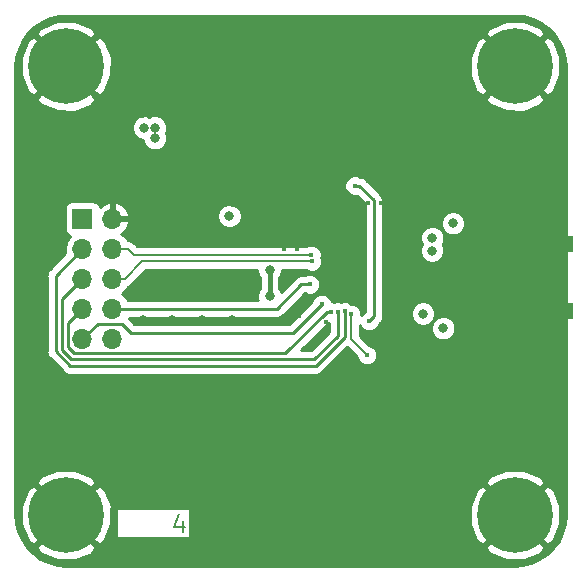
<source format=gbl>
G04 #@! TF.GenerationSoftware,KiCad,Pcbnew,(5.0.2)-1*
G04 #@! TF.CreationDate,2019-01-19T12:25:22+11:00*
G04 #@! TF.ProjectId,MAX2870_Dev_Rev_0,4d415832-3837-4305-9f44-65765f526576,rev?*
G04 #@! TF.SameCoordinates,Original*
G04 #@! TF.FileFunction,Copper,L4,Bot*
G04 #@! TF.FilePolarity,Positive*
%FSLAX46Y46*%
G04 Gerber Fmt 4.6, Leading zero omitted, Abs format (unit mm)*
G04 Created by KiCad (PCBNEW (5.0.2)-1) date 19/01/2019 12:25:22*
%MOMM*%
%LPD*%
G01*
G04 APERTURE LIST*
%ADD10C,0.200000*%
G04 #@! TA.AperFunction,SMDPad,CuDef*
%ADD11R,4.200000X1.350000*%
G04 #@! TD*
G04 #@! TA.AperFunction,ViaPad*
%ADD12C,0.600000*%
G04 #@! TD*
G04 #@! TA.AperFunction,ComponentPad*
%ADD13C,0.800000*%
G04 #@! TD*
G04 #@! TA.AperFunction,ComponentPad*
%ADD14C,6.400000*%
G04 #@! TD*
G04 #@! TA.AperFunction,ComponentPad*
%ADD15R,1.700000X1.700000*%
G04 #@! TD*
G04 #@! TA.AperFunction,ComponentPad*
%ADD16O,1.700000X1.700000*%
G04 #@! TD*
G04 #@! TA.AperFunction,ViaPad*
%ADD17C,0.800000*%
G04 #@! TD*
G04 #@! TA.AperFunction,ViaPad*
%ADD18C,0.450000*%
G04 #@! TD*
G04 #@! TA.AperFunction,Conductor*
%ADD19C,0.400000*%
G04 #@! TD*
G04 #@! TA.AperFunction,Conductor*
%ADD20C,0.250000*%
G04 #@! TD*
G04 #@! TA.AperFunction,Conductor*
%ADD21C,0.200000*%
G04 #@! TD*
G04 #@! TA.AperFunction,Conductor*
%ADD22C,0.254000*%
G04 #@! TD*
G04 APERTURE END LIST*
G04 #@! TO.C,REF\002A\002A*
D10*
X70885714Y-109478571D02*
X70885714Y-110478571D01*
X70528571Y-108907142D02*
X70171428Y-109978571D01*
X71100000Y-109978571D01*
G04 #@! TD*
D11*
G04 #@! TO.P,J2,2*
G04 #@! TO.N,GND*
X101800000Y-86075000D03*
X101800000Y-91725000D03*
G04 #@! TD*
D12*
G04 #@! TO.N,GND*
G04 #@! TO.C,U3*
X83787500Y-89737500D03*
X83787500Y-88737500D03*
X83787500Y-87737500D03*
X84787500Y-89737500D03*
X84787500Y-88737500D03*
X84787500Y-87737500D03*
X85787500Y-89737500D03*
X85787500Y-88737500D03*
X85787500Y-87737500D03*
G04 #@! TD*
D13*
G04 #@! TO.P,H1,1*
G04 #@! TO.N,GND*
X62697056Y-69302944D03*
X61000000Y-68600000D03*
X59302944Y-69302944D03*
X58600000Y-71000000D03*
X59302944Y-72697056D03*
X61000000Y-73400000D03*
X62697056Y-72697056D03*
X63400000Y-71000000D03*
D14*
X61000000Y-71000000D03*
G04 #@! TD*
G04 #@! TO.P,H2,1*
G04 #@! TO.N,GND*
X61000000Y-109000000D03*
D13*
X63400000Y-109000000D03*
X62697056Y-110697056D03*
X61000000Y-111400000D03*
X59302944Y-110697056D03*
X58600000Y-109000000D03*
X59302944Y-107302944D03*
X61000000Y-106600000D03*
X62697056Y-107302944D03*
G04 #@! TD*
G04 #@! TO.P,H3,1*
G04 #@! TO.N,GND*
X100697056Y-107302944D03*
X99000000Y-106600000D03*
X97302944Y-107302944D03*
X96600000Y-109000000D03*
X97302944Y-110697056D03*
X99000000Y-111400000D03*
X100697056Y-110697056D03*
X101400000Y-109000000D03*
D14*
X99000000Y-109000000D03*
G04 #@! TD*
G04 #@! TO.P,H4,1*
G04 #@! TO.N,GND*
X99000000Y-71000000D03*
D13*
X101400000Y-71000000D03*
X100697056Y-72697056D03*
X99000000Y-73400000D03*
X97302944Y-72697056D03*
X96600000Y-71000000D03*
X97302944Y-69302944D03*
X99000000Y-68600000D03*
X100697056Y-69302944D03*
G04 #@! TD*
D15*
G04 #@! TO.P,J1,1*
G04 #@! TO.N,+5V*
X62380000Y-83920000D03*
D16*
G04 #@! TO.P,J1,2*
G04 #@! TO.N,GND*
X64920000Y-83920000D03*
G04 #@! TO.P,J1,3*
G04 #@! TO.N,/CE*
X62380000Y-86460000D03*
G04 #@! TO.P,J1,4*
G04 #@! TO.N,/LD*
X64920000Y-86460000D03*
G04 #@! TO.P,J1,5*
G04 #@! TO.N,/LE*
X62380000Y-89000000D03*
G04 #@! TO.P,J1,6*
G04 #@! TO.N,/RFOUT_EN*
X64920000Y-89000000D03*
G04 #@! TO.P,J1,7*
G04 #@! TO.N,/DATA*
X62380000Y-91540000D03*
G04 #@! TO.P,J1,8*
G04 #@! TO.N,/MUX_OUT*
X64920000Y-91540000D03*
G04 #@! TO.P,J1,9*
G04 #@! TO.N,/CLK*
X62380000Y-94080000D03*
G04 #@! TO.P,J1,10*
G04 #@! TO.N,Net-(J1-Pad10)*
X64920000Y-94080000D03*
G04 #@! TD*
D17*
G04 #@! TO.N,GND*
X94000000Y-91125000D03*
X95100000Y-87125000D03*
X87750000Y-94425000D03*
X89125000Y-95475000D03*
D18*
X88950000Y-82580000D03*
X90040000Y-82600000D03*
X87670000Y-82570000D03*
X86580000Y-82580000D03*
X84320000Y-81110000D03*
X84490000Y-83630000D03*
X83340000Y-83180000D03*
X82260000Y-83180000D03*
D17*
X75440000Y-90460000D03*
D18*
X72450000Y-85880000D03*
D17*
X71710000Y-83830000D03*
D18*
X70750000Y-90810000D03*
X79580000Y-92180000D03*
X80690000Y-92180000D03*
D17*
X60500000Y-79000000D03*
X67070000Y-102160000D03*
X69570000Y-99230000D03*
X71500000Y-97830000D03*
D18*
X80550000Y-86507978D03*
X79460000Y-86507978D03*
X97600000Y-88050000D03*
X97000000Y-88050000D03*
X96400000Y-88050000D03*
X95800000Y-88050000D03*
X97600000Y-89900000D03*
X97000000Y-89900000D03*
X96400000Y-89900000D03*
X95800000Y-89900000D03*
X95200000Y-89900000D03*
X94600000Y-89900000D03*
X94000000Y-89900000D03*
X93400000Y-89900000D03*
X92800000Y-89900000D03*
X92200000Y-89900000D03*
X95200000Y-88050000D03*
X94600000Y-88050000D03*
X94000000Y-88050000D03*
X93400000Y-88050000D03*
X92800000Y-88050000D03*
D17*
X89575000Y-91750000D03*
X88500000Y-91750000D03*
D18*
X83000000Y-93725000D03*
X83000000Y-92675000D03*
X99900000Y-88050000D03*
X98700000Y-88050000D03*
X98100000Y-88050000D03*
X99300000Y-88050000D03*
X99300000Y-89900000D03*
X98700000Y-89900000D03*
X98100000Y-89900000D03*
X99900000Y-89900000D03*
X100300000Y-86500000D03*
X99850000Y-86500000D03*
X101200000Y-86500000D03*
X100750000Y-86500000D03*
X101650000Y-86500000D03*
X102100000Y-86500000D03*
X102550000Y-86500000D03*
X103000000Y-86500000D03*
X103450000Y-86500000D03*
X103550000Y-91300000D03*
X100850000Y-91300000D03*
X101750000Y-91300000D03*
X102650000Y-91300000D03*
X101300000Y-91300000D03*
X102200000Y-91300000D03*
X103100000Y-91300000D03*
X100400000Y-91300000D03*
X99950000Y-91300000D03*
D17*
X103000000Y-94000000D03*
X103000000Y-84000000D03*
X102000000Y-84000000D03*
X101000000Y-84000000D03*
X100000000Y-84000000D03*
X99000000Y-84000000D03*
X99000000Y-85000000D03*
X99000000Y-86000000D03*
X99000000Y-87000000D03*
X98000000Y-87000000D03*
X97000000Y-87000000D03*
X96000000Y-87000000D03*
X95000000Y-91000000D03*
X96000000Y-91000000D03*
X97000000Y-91000000D03*
X98000000Y-91000000D03*
X99000000Y-91000000D03*
X99000000Y-92000000D03*
X99000000Y-93000000D03*
X99000000Y-94000000D03*
X100000000Y-94000000D03*
X101000000Y-94000000D03*
X102000000Y-94000000D03*
X65000000Y-72500000D03*
X70000000Y-72500000D03*
X75000000Y-72500000D03*
X80000000Y-72500000D03*
X85000000Y-72500000D03*
X90000000Y-72500000D03*
X95000000Y-72500000D03*
X95000000Y-77500000D03*
X95000000Y-82500000D03*
X92500000Y-80000000D03*
X92500000Y-75000000D03*
X90000000Y-77500000D03*
X87500000Y-75000000D03*
X85000000Y-77500000D03*
X82500000Y-75000000D03*
X80000000Y-77500000D03*
X82500000Y-80000000D03*
X80000000Y-82500000D03*
X77500000Y-80000000D03*
X72500000Y-80000000D03*
X77500000Y-85000000D03*
X67500000Y-85000000D03*
X97500000Y-75000000D03*
X100000000Y-82500000D03*
X100000000Y-77500000D03*
X97500000Y-80000000D03*
X97500000Y-85000000D03*
X60000000Y-102500000D03*
X62500000Y-100000000D03*
X65000000Y-102500000D03*
X62500000Y-105000000D03*
X65000000Y-107500000D03*
X80000000Y-102500000D03*
X80000000Y-107500000D03*
X82500000Y-105000000D03*
X82500000Y-100000000D03*
X85000000Y-102500000D03*
X87500000Y-105000000D03*
X92500000Y-105000000D03*
X97500000Y-105000000D03*
X100000000Y-102500000D03*
X100000000Y-97500000D03*
X97500000Y-95000000D03*
X95000000Y-97500000D03*
X95000000Y-102500000D03*
X97500000Y-100000000D03*
X92500000Y-100000000D03*
X87500000Y-100000000D03*
X90000000Y-102500000D03*
X75000000Y-107500000D03*
X77500000Y-100000000D03*
X70000000Y-92500000D03*
X67500000Y-92500000D03*
X67500000Y-90000000D03*
X75000000Y-92500000D03*
X72500000Y-92500000D03*
X87500000Y-80000000D03*
X97500000Y-92500000D03*
X92500000Y-95000000D03*
X90000000Y-97500000D03*
X85000000Y-97500000D03*
X77500000Y-105000000D03*
X65000000Y-97500000D03*
X67500000Y-100000000D03*
X70000000Y-97500000D03*
X80000000Y-97500000D03*
X85000000Y-107500000D03*
X90000000Y-107500000D03*
X92500000Y-110000000D03*
X87500000Y-110000000D03*
X82500000Y-110000000D03*
X77500000Y-110000000D03*
X72500000Y-110000000D03*
X70000000Y-107500000D03*
X70000000Y-107500000D03*
X70000000Y-107500000D03*
X100000000Y-95000000D03*
X75000000Y-82500000D03*
X95000000Y-92500000D03*
X72500000Y-105000000D03*
X67600000Y-78800000D03*
X72500000Y-75000000D03*
X75000000Y-77500000D03*
X77500000Y-75000000D03*
X60000000Y-75000000D03*
X67500000Y-75000000D03*
X70000000Y-77500000D03*
X70000000Y-82500000D03*
X74000000Y-81800000D03*
G04 #@! TO.N,+3V3*
X78230000Y-90480000D03*
X78220000Y-88250000D03*
G04 #@! TO.N,+3.3VA*
X91990000Y-85540000D03*
X91970000Y-86640000D03*
X93750000Y-84290000D03*
X74820000Y-83690000D03*
X91210000Y-91950000D03*
X92930000Y-93190000D03*
X68500000Y-77100000D03*
X67600000Y-76200000D03*
X68500000Y-76200000D03*
D18*
G04 #@! TO.N,Net-(C24-Pad2)*
X85420000Y-81110004D03*
X86650000Y-92590000D03*
G04 #@! TO.N,/LD*
X81759999Y-86959988D03*
G04 #@! TO.N,/MUX_OUT*
X81670000Y-89480000D03*
G04 #@! TO.N,/RFOUT_EN*
X81813213Y-87534533D03*
G04 #@! TO.N,/CE*
X84570941Y-91751370D03*
G04 #@! TO.N,/LE*
X83994485Y-91776705D03*
G04 #@! TO.N,/DATA*
X83417476Y-91774978D03*
G04 #@! TO.N,/CLK*
X82625000Y-91125000D03*
G04 #@! TO.N,Net-(R4-Pad1)*
X86475000Y-95475000D03*
X85110490Y-91955891D03*
G04 #@! TD*
D19*
G04 #@! TO.N,+3V3*
X78220000Y-90470000D02*
X78230000Y-90480000D01*
X78220000Y-88250000D02*
X78220000Y-90470000D01*
D20*
G04 #@! TO.N,Net-(C24-Pad2)*
X87070000Y-92170000D02*
X86650000Y-92590000D01*
X87070000Y-84380000D02*
X87070000Y-92170000D01*
X87057001Y-84367001D02*
X87070000Y-84380000D01*
X87057001Y-82347001D02*
X87057001Y-84367001D01*
X85420000Y-81110004D02*
X85820004Y-81110004D01*
X85820004Y-81110004D02*
X87057001Y-82347001D01*
D21*
G04 #@! TO.N,/LD*
X81441801Y-86959988D02*
X81759999Y-86959988D01*
X66729988Y-86959988D02*
X81441801Y-86959988D01*
X64920000Y-86460000D02*
X66230000Y-86460000D01*
X66230000Y-86460000D02*
X66729988Y-86959988D01*
D20*
G04 #@! TO.N,/MUX_OUT*
X64930000Y-91550000D02*
X64920000Y-91540000D01*
X78830000Y-91550000D02*
X64930000Y-91550000D01*
X81670000Y-89480000D02*
X80900000Y-89480000D01*
X80900000Y-89480000D02*
X78830000Y-91550000D01*
D21*
G04 #@! TO.N,/RFOUT_EN*
X81495015Y-87534533D02*
X81813213Y-87534533D01*
X67455467Y-87534533D02*
X81495015Y-87534533D01*
X64920000Y-89000000D02*
X65990000Y-89000000D01*
X65990000Y-89000000D02*
X67455467Y-87534533D01*
D20*
G04 #@! TO.N,/CE*
X84570941Y-92069568D02*
X84570941Y-91751370D01*
X62380000Y-86460000D02*
X60100000Y-88740000D01*
X60100000Y-95150000D02*
X61300000Y-96350000D01*
X82125000Y-96350000D02*
X84570941Y-93904059D01*
X60100000Y-88740000D02*
X60100000Y-95150000D01*
X61300000Y-96350000D02*
X82125000Y-96350000D01*
X84570941Y-93904059D02*
X84570941Y-92069568D01*
D21*
G04 #@! TO.N,/LE*
X83994485Y-91831297D02*
X83994485Y-91776705D01*
X84020000Y-91856812D02*
X83994485Y-91831297D01*
D20*
X60650000Y-90730000D02*
X60650000Y-95000000D01*
X62380000Y-89000000D02*
X60650000Y-90730000D01*
X60650000Y-95000000D02*
X61450000Y-95800000D01*
X61450000Y-95800000D02*
X82025000Y-95800000D01*
X82025000Y-95800000D02*
X83994485Y-93830515D01*
X83994485Y-92094903D02*
X83994485Y-91776705D01*
X83994485Y-93830515D02*
X83994485Y-92094903D01*
G04 #@! TO.N,/DATA*
X83099278Y-91774978D02*
X83417476Y-91774978D01*
X61150000Y-92770000D02*
X61150000Y-94800000D01*
X62380000Y-91540000D02*
X61150000Y-92770000D01*
X61150000Y-94800000D02*
X61650000Y-95300000D01*
X61650000Y-95300000D02*
X79570000Y-95300000D01*
X79570000Y-95300000D02*
X83095022Y-91774978D01*
X83095022Y-91774978D02*
X83099278Y-91774978D01*
G04 #@! TO.N,/CLK*
X63660000Y-92800000D02*
X62380000Y-94080000D01*
X65700000Y-92800000D02*
X63660000Y-92800000D01*
X66450000Y-93550000D02*
X65700000Y-92800000D01*
X82625000Y-91125000D02*
X80200000Y-93550000D01*
X80200000Y-93550000D02*
X66450000Y-93550000D01*
D21*
G04 #@! TO.N,Net-(R4-Pad1)*
X85110490Y-92274089D02*
X85110490Y-91955891D01*
X85110490Y-94110490D02*
X85110490Y-92274089D01*
X86475000Y-95475000D02*
X85110490Y-94110490D01*
G04 #@! TD*
D22*
G04 #@! TO.N,GND*
G36*
X99759192Y-66780578D02*
X100494389Y-66981705D01*
X101182351Y-67309846D01*
X101801331Y-67754628D01*
X102331761Y-68301988D01*
X102756884Y-68934639D01*
X103063251Y-69632561D01*
X103242499Y-70379183D01*
X103290000Y-71026030D01*
X103290001Y-108968370D01*
X103219422Y-109759193D01*
X103018295Y-110494389D01*
X102690152Y-111182355D01*
X102245374Y-111801328D01*
X101698012Y-112331761D01*
X101065362Y-112756883D01*
X100367439Y-113063251D01*
X99620819Y-113242499D01*
X98973970Y-113290000D01*
X61031618Y-113290000D01*
X60240807Y-113219422D01*
X59505611Y-113018295D01*
X58817645Y-112690152D01*
X58198672Y-112245374D01*
X57709811Y-111740910D01*
X58438695Y-111740910D01*
X58805640Y-112236343D01*
X60211171Y-112829736D01*
X61736793Y-112840087D01*
X63150246Y-112265819D01*
X63194360Y-112236343D01*
X63561305Y-111740910D01*
X96438695Y-111740910D01*
X96805640Y-112236343D01*
X98211171Y-112829736D01*
X99736793Y-112840087D01*
X101150246Y-112265819D01*
X101194360Y-112236343D01*
X101561305Y-111740910D01*
X99000000Y-109179605D01*
X96438695Y-111740910D01*
X63561305Y-111740910D01*
X61000000Y-109179605D01*
X58438695Y-111740910D01*
X57709811Y-111740910D01*
X57668239Y-111698012D01*
X57243117Y-111065362D01*
X56936749Y-110367439D01*
X56785344Y-109736793D01*
X57159913Y-109736793D01*
X57734181Y-111150246D01*
X57763657Y-111194360D01*
X58259090Y-111561305D01*
X60820395Y-109000000D01*
X61179605Y-109000000D01*
X63740910Y-111561305D01*
X64236343Y-111194360D01*
X64829736Y-109788829D01*
X64838141Y-108550000D01*
X65223000Y-108550000D01*
X65223000Y-110800000D01*
X65232667Y-110848601D01*
X65260197Y-110889803D01*
X65301399Y-110917333D01*
X65350000Y-110927000D01*
X71350000Y-110927000D01*
X71398601Y-110917333D01*
X71439803Y-110889803D01*
X71467333Y-110848601D01*
X71477000Y-110800000D01*
X71477000Y-109736793D01*
X95159913Y-109736793D01*
X95734181Y-111150246D01*
X95763657Y-111194360D01*
X96259090Y-111561305D01*
X98820395Y-109000000D01*
X99179605Y-109000000D01*
X101740910Y-111561305D01*
X102236343Y-111194360D01*
X102829736Y-109788829D01*
X102840087Y-108263207D01*
X102265819Y-106849754D01*
X102236343Y-106805640D01*
X101740910Y-106438695D01*
X99179605Y-109000000D01*
X98820395Y-109000000D01*
X96259090Y-106438695D01*
X95763657Y-106805640D01*
X95170264Y-108211171D01*
X95159913Y-109736793D01*
X71477000Y-109736793D01*
X71477000Y-108550000D01*
X71467333Y-108501399D01*
X71439803Y-108460197D01*
X71398601Y-108432667D01*
X71350000Y-108423000D01*
X65350000Y-108423000D01*
X65301399Y-108432667D01*
X65260197Y-108460197D01*
X65232667Y-108501399D01*
X65223000Y-108550000D01*
X64838141Y-108550000D01*
X64840087Y-108263207D01*
X64265819Y-106849754D01*
X64236343Y-106805640D01*
X63740910Y-106438695D01*
X61179605Y-109000000D01*
X60820395Y-109000000D01*
X58259090Y-106438695D01*
X57763657Y-106805640D01*
X57170264Y-108211171D01*
X57159913Y-109736793D01*
X56785344Y-109736793D01*
X56757501Y-109620819D01*
X56710000Y-108973970D01*
X56710000Y-106259090D01*
X58438695Y-106259090D01*
X61000000Y-108820395D01*
X63561305Y-106259090D01*
X96438695Y-106259090D01*
X99000000Y-108820395D01*
X101561305Y-106259090D01*
X101194360Y-105763657D01*
X99788829Y-105170264D01*
X98263207Y-105159913D01*
X96849754Y-105734181D01*
X96805640Y-105763657D01*
X96438695Y-106259090D01*
X63561305Y-106259090D01*
X63194360Y-105763657D01*
X61788829Y-105170264D01*
X60263207Y-105159913D01*
X58849754Y-105734181D01*
X58805640Y-105763657D01*
X58438695Y-106259090D01*
X56710000Y-106259090D01*
X56710000Y-88740000D01*
X59325112Y-88740000D01*
X59340000Y-88814847D01*
X59340001Y-95075148D01*
X59325112Y-95150000D01*
X59384097Y-95446537D01*
X59463252Y-95565000D01*
X59552072Y-95697929D01*
X59615528Y-95740329D01*
X60709671Y-96834473D01*
X60752071Y-96897929D01*
X61003463Y-97065904D01*
X61225148Y-97110000D01*
X61225152Y-97110000D01*
X61299999Y-97124888D01*
X61374846Y-97110000D01*
X82050153Y-97110000D01*
X82125000Y-97124888D01*
X82199847Y-97110000D01*
X82199852Y-97110000D01*
X82421537Y-97065904D01*
X82672929Y-96897929D01*
X82715331Y-96834470D01*
X84755178Y-94794624D01*
X85620927Y-95660374D01*
X85745928Y-95962151D01*
X85987849Y-96204072D01*
X86303935Y-96335000D01*
X86646065Y-96335000D01*
X86962151Y-96204072D01*
X87204072Y-95962151D01*
X87335000Y-95646065D01*
X87335000Y-95303935D01*
X87204072Y-94987849D01*
X86962151Y-94745928D01*
X86660374Y-94620927D01*
X85845490Y-93806044D01*
X85845490Y-92895029D01*
X85920928Y-93077151D01*
X86162849Y-93319072D01*
X86478935Y-93450000D01*
X86821065Y-93450000D01*
X87137151Y-93319072D01*
X87379072Y-93077151D01*
X87479074Y-92835727D01*
X87554470Y-92760331D01*
X87617929Y-92717929D01*
X87760839Y-92504050D01*
X87785904Y-92466538D01*
X87809785Y-92346477D01*
X87830000Y-92244852D01*
X87830000Y-92244848D01*
X87844888Y-92170000D01*
X87830000Y-92095152D01*
X87830000Y-91744126D01*
X90175000Y-91744126D01*
X90175000Y-92155874D01*
X90332569Y-92536280D01*
X90623720Y-92827431D01*
X91004126Y-92985000D01*
X91415874Y-92985000D01*
X91417984Y-92984126D01*
X91895000Y-92984126D01*
X91895000Y-93395874D01*
X92052569Y-93776280D01*
X92343720Y-94067431D01*
X92724126Y-94225000D01*
X93135874Y-94225000D01*
X93516280Y-94067431D01*
X93807431Y-93776280D01*
X93965000Y-93395874D01*
X93965000Y-92984126D01*
X93807431Y-92603720D01*
X93516280Y-92312569D01*
X93135874Y-92155000D01*
X92724126Y-92155000D01*
X92343720Y-92312569D01*
X92052569Y-92603720D01*
X91895000Y-92984126D01*
X91417984Y-92984126D01*
X91796280Y-92827431D01*
X92087431Y-92536280D01*
X92245000Y-92155874D01*
X92245000Y-91744126D01*
X92087431Y-91363720D01*
X91796280Y-91072569D01*
X91415874Y-90915000D01*
X91004126Y-90915000D01*
X90623720Y-91072569D01*
X90332569Y-91363720D01*
X90175000Y-91744126D01*
X87830000Y-91744126D01*
X87830000Y-86434126D01*
X90935000Y-86434126D01*
X90935000Y-86845874D01*
X91092569Y-87226280D01*
X91383720Y-87517431D01*
X91764126Y-87675000D01*
X92175874Y-87675000D01*
X92556280Y-87517431D01*
X92847431Y-87226280D01*
X93005000Y-86845874D01*
X93005000Y-86434126D01*
X92872459Y-86114142D01*
X93025000Y-85745874D01*
X93025000Y-85334126D01*
X92867431Y-84953720D01*
X92576280Y-84662569D01*
X92195874Y-84505000D01*
X91784126Y-84505000D01*
X91403720Y-84662569D01*
X91112569Y-84953720D01*
X90955000Y-85334126D01*
X90955000Y-85745874D01*
X91087541Y-86065858D01*
X90935000Y-86434126D01*
X87830000Y-86434126D01*
X87830000Y-84454846D01*
X87844888Y-84379999D01*
X87830000Y-84305152D01*
X87830000Y-84305148D01*
X87817001Y-84239798D01*
X87817001Y-84084126D01*
X92715000Y-84084126D01*
X92715000Y-84495874D01*
X92872569Y-84876280D01*
X93163720Y-85167431D01*
X93544126Y-85325000D01*
X93955874Y-85325000D01*
X94336280Y-85167431D01*
X94627431Y-84876280D01*
X94785000Y-84495874D01*
X94785000Y-84084126D01*
X94627431Y-83703720D01*
X94336280Y-83412569D01*
X93955874Y-83255000D01*
X93544126Y-83255000D01*
X93163720Y-83412569D01*
X92872569Y-83703720D01*
X92715000Y-84084126D01*
X87817001Y-84084126D01*
X87817001Y-82421848D01*
X87831889Y-82347001D01*
X87817001Y-82272154D01*
X87817001Y-82272149D01*
X87772905Y-82050464D01*
X87604930Y-81799072D01*
X87541474Y-81756672D01*
X86410335Y-80625534D01*
X86367933Y-80562075D01*
X86116541Y-80394100D01*
X85894856Y-80350004D01*
X85894851Y-80350004D01*
X85820004Y-80335116D01*
X85804154Y-80338269D01*
X85591065Y-80250004D01*
X85248935Y-80250004D01*
X84932849Y-80380932D01*
X84690928Y-80622853D01*
X84560000Y-80938939D01*
X84560000Y-81281069D01*
X84690928Y-81597155D01*
X84932849Y-81839076D01*
X85248935Y-81970004D01*
X85591065Y-81970004D01*
X85601062Y-81965863D01*
X86297001Y-82661803D01*
X86297002Y-84292149D01*
X86282113Y-84367001D01*
X86297002Y-84441853D01*
X86310000Y-84507198D01*
X86310001Y-91799975D01*
X86162849Y-91860928D01*
X85970490Y-92053287D01*
X85970490Y-91784826D01*
X85839562Y-91468740D01*
X85597641Y-91226819D01*
X85281555Y-91095891D01*
X85131685Y-91095891D01*
X85058092Y-91022298D01*
X84742006Y-90891370D01*
X84399876Y-90891370D01*
X84252131Y-90952568D01*
X84165550Y-90916705D01*
X83823420Y-90916705D01*
X83708065Y-90964487D01*
X83588541Y-90914978D01*
X83468863Y-90914978D01*
X83354072Y-90637849D01*
X83112151Y-90395928D01*
X82796065Y-90265000D01*
X82453935Y-90265000D01*
X82137849Y-90395928D01*
X81895928Y-90637849D01*
X81795927Y-90879271D01*
X79885199Y-92790000D01*
X66764802Y-92790000D01*
X66290331Y-92315530D01*
X66286636Y-92310000D01*
X78755153Y-92310000D01*
X78830000Y-92324888D01*
X78904847Y-92310000D01*
X78904852Y-92310000D01*
X79126537Y-92265904D01*
X79377929Y-92097929D01*
X79420331Y-92034470D01*
X81214802Y-90240000D01*
X81257515Y-90240000D01*
X81498935Y-90340000D01*
X81841065Y-90340000D01*
X82157151Y-90209072D01*
X82399072Y-89967151D01*
X82530000Y-89651065D01*
X82530000Y-89308935D01*
X82399072Y-88992849D01*
X82157151Y-88750928D01*
X81841065Y-88620000D01*
X81498935Y-88620000D01*
X81257515Y-88720000D01*
X80974846Y-88720000D01*
X80899999Y-88705112D01*
X80825152Y-88720000D01*
X80825148Y-88720000D01*
X80603463Y-88764096D01*
X80352071Y-88932071D01*
X80309671Y-88995527D01*
X79196484Y-90108714D01*
X79107431Y-89893720D01*
X79055000Y-89841289D01*
X79055000Y-88878711D01*
X79097431Y-88836280D01*
X79255000Y-88455874D01*
X79255000Y-88269533D01*
X81340373Y-88269533D01*
X81642148Y-88394533D01*
X81984278Y-88394533D01*
X82300364Y-88263605D01*
X82542285Y-88021684D01*
X82673213Y-87705598D01*
X82673213Y-87363468D01*
X82598471Y-87183026D01*
X82619999Y-87131053D01*
X82619999Y-86788923D01*
X82489071Y-86472837D01*
X82247150Y-86230916D01*
X81931064Y-86099988D01*
X81588934Y-86099988D01*
X81287159Y-86224988D01*
X67034435Y-86224988D01*
X66800911Y-85991465D01*
X66759905Y-85930095D01*
X66516783Y-85767646D01*
X66302388Y-85725000D01*
X66302384Y-85725000D01*
X66230000Y-85710602D01*
X66208164Y-85714945D01*
X65990625Y-85389375D01*
X65671522Y-85176157D01*
X65801358Y-85115183D01*
X66191645Y-84686924D01*
X66361476Y-84276890D01*
X66240155Y-84047000D01*
X65047000Y-84047000D01*
X65047000Y-84067000D01*
X64793000Y-84067000D01*
X64793000Y-84047000D01*
X64773000Y-84047000D01*
X64773000Y-83793000D01*
X64793000Y-83793000D01*
X64793000Y-82599181D01*
X65047000Y-82599181D01*
X65047000Y-83793000D01*
X66240155Y-83793000D01*
X66361476Y-83563110D01*
X66328762Y-83484126D01*
X73785000Y-83484126D01*
X73785000Y-83895874D01*
X73942569Y-84276280D01*
X74233720Y-84567431D01*
X74614126Y-84725000D01*
X75025874Y-84725000D01*
X75406280Y-84567431D01*
X75697431Y-84276280D01*
X75855000Y-83895874D01*
X75855000Y-83484126D01*
X75697431Y-83103720D01*
X75406280Y-82812569D01*
X75025874Y-82655000D01*
X74614126Y-82655000D01*
X74233720Y-82812569D01*
X73942569Y-83103720D01*
X73785000Y-83484126D01*
X66328762Y-83484126D01*
X66191645Y-83153076D01*
X65801358Y-82724817D01*
X65276892Y-82478514D01*
X65047000Y-82599181D01*
X64793000Y-82599181D01*
X64563108Y-82478514D01*
X64038642Y-82724817D01*
X63849961Y-82931855D01*
X63828157Y-82822235D01*
X63687809Y-82612191D01*
X63477765Y-82471843D01*
X63230000Y-82422560D01*
X61530000Y-82422560D01*
X61282235Y-82471843D01*
X61072191Y-82612191D01*
X60931843Y-82822235D01*
X60882560Y-83070000D01*
X60882560Y-84770000D01*
X60931843Y-85017765D01*
X61072191Y-85227809D01*
X61282235Y-85368157D01*
X61327619Y-85377184D01*
X61309375Y-85389375D01*
X60981161Y-85880582D01*
X60865908Y-86460000D01*
X60938791Y-86826408D01*
X59615530Y-88149669D01*
X59552071Y-88192071D01*
X59384096Y-88443464D01*
X59340000Y-88665149D01*
X59340000Y-88665153D01*
X59325112Y-88740000D01*
X56710000Y-88740000D01*
X56710000Y-75994126D01*
X66565000Y-75994126D01*
X66565000Y-76405874D01*
X66722569Y-76786280D01*
X67013720Y-77077431D01*
X67394126Y-77235000D01*
X67465000Y-77235000D01*
X67465000Y-77305874D01*
X67622569Y-77686280D01*
X67913720Y-77977431D01*
X68294126Y-78135000D01*
X68705874Y-78135000D01*
X69086280Y-77977431D01*
X69377431Y-77686280D01*
X69535000Y-77305874D01*
X69535000Y-76894126D01*
X69433880Y-76650000D01*
X69535000Y-76405874D01*
X69535000Y-75994126D01*
X69377431Y-75613720D01*
X69086280Y-75322569D01*
X68705874Y-75165000D01*
X68294126Y-75165000D01*
X68050000Y-75266120D01*
X67805874Y-75165000D01*
X67394126Y-75165000D01*
X67013720Y-75322569D01*
X66722569Y-75613720D01*
X66565000Y-75994126D01*
X56710000Y-75994126D01*
X56710000Y-73740910D01*
X58438695Y-73740910D01*
X58805640Y-74236343D01*
X60211171Y-74829736D01*
X61736793Y-74840087D01*
X63150246Y-74265819D01*
X63194360Y-74236343D01*
X63561305Y-73740910D01*
X96438695Y-73740910D01*
X96805640Y-74236343D01*
X98211171Y-74829736D01*
X99736793Y-74840087D01*
X101150246Y-74265819D01*
X101194360Y-74236343D01*
X101561305Y-73740910D01*
X99000000Y-71179605D01*
X96438695Y-73740910D01*
X63561305Y-73740910D01*
X61000000Y-71179605D01*
X58438695Y-73740910D01*
X56710000Y-73740910D01*
X56710000Y-71736793D01*
X57159913Y-71736793D01*
X57734181Y-73150246D01*
X57763657Y-73194360D01*
X58259090Y-73561305D01*
X60820395Y-71000000D01*
X61179605Y-71000000D01*
X63740910Y-73561305D01*
X64236343Y-73194360D01*
X64829736Y-71788829D01*
X64830089Y-71736793D01*
X95159913Y-71736793D01*
X95734181Y-73150246D01*
X95763657Y-73194360D01*
X96259090Y-73561305D01*
X98820395Y-71000000D01*
X99179605Y-71000000D01*
X101740910Y-73561305D01*
X102236343Y-73194360D01*
X102829736Y-71788829D01*
X102840087Y-70263207D01*
X102265819Y-68849754D01*
X102236343Y-68805640D01*
X101740910Y-68438695D01*
X99179605Y-71000000D01*
X98820395Y-71000000D01*
X96259090Y-68438695D01*
X95763657Y-68805640D01*
X95170264Y-70211171D01*
X95159913Y-71736793D01*
X64830089Y-71736793D01*
X64840087Y-70263207D01*
X64265819Y-68849754D01*
X64236343Y-68805640D01*
X63740910Y-68438695D01*
X61179605Y-71000000D01*
X60820395Y-71000000D01*
X58259090Y-68438695D01*
X57763657Y-68805640D01*
X57170264Y-70211171D01*
X57159913Y-71736793D01*
X56710000Y-71736793D01*
X56710000Y-71031618D01*
X56780578Y-70240808D01*
X56981705Y-69505611D01*
X57309846Y-68817649D01*
X57711211Y-68259090D01*
X58438695Y-68259090D01*
X61000000Y-70820395D01*
X63561305Y-68259090D01*
X96438695Y-68259090D01*
X99000000Y-70820395D01*
X101561305Y-68259090D01*
X101194360Y-67763657D01*
X99788829Y-67170264D01*
X98263207Y-67159913D01*
X96849754Y-67734181D01*
X96805640Y-67763657D01*
X96438695Y-68259090D01*
X63561305Y-68259090D01*
X63194360Y-67763657D01*
X61788829Y-67170264D01*
X60263207Y-67159913D01*
X58849754Y-67734181D01*
X58805640Y-67763657D01*
X58438695Y-68259090D01*
X57711211Y-68259090D01*
X57754628Y-68198669D01*
X58301988Y-67668239D01*
X58934639Y-67243116D01*
X59632561Y-66936749D01*
X60379183Y-66757501D01*
X61026030Y-66710000D01*
X98968382Y-66710000D01*
X99759192Y-66780578D01*
X99759192Y-66780578D01*
G37*
X99759192Y-66780578D02*
X100494389Y-66981705D01*
X101182351Y-67309846D01*
X101801331Y-67754628D01*
X102331761Y-68301988D01*
X102756884Y-68934639D01*
X103063251Y-69632561D01*
X103242499Y-70379183D01*
X103290000Y-71026030D01*
X103290001Y-108968370D01*
X103219422Y-109759193D01*
X103018295Y-110494389D01*
X102690152Y-111182355D01*
X102245374Y-111801328D01*
X101698012Y-112331761D01*
X101065362Y-112756883D01*
X100367439Y-113063251D01*
X99620819Y-113242499D01*
X98973970Y-113290000D01*
X61031618Y-113290000D01*
X60240807Y-113219422D01*
X59505611Y-113018295D01*
X58817645Y-112690152D01*
X58198672Y-112245374D01*
X57709811Y-111740910D01*
X58438695Y-111740910D01*
X58805640Y-112236343D01*
X60211171Y-112829736D01*
X61736793Y-112840087D01*
X63150246Y-112265819D01*
X63194360Y-112236343D01*
X63561305Y-111740910D01*
X96438695Y-111740910D01*
X96805640Y-112236343D01*
X98211171Y-112829736D01*
X99736793Y-112840087D01*
X101150246Y-112265819D01*
X101194360Y-112236343D01*
X101561305Y-111740910D01*
X99000000Y-109179605D01*
X96438695Y-111740910D01*
X63561305Y-111740910D01*
X61000000Y-109179605D01*
X58438695Y-111740910D01*
X57709811Y-111740910D01*
X57668239Y-111698012D01*
X57243117Y-111065362D01*
X56936749Y-110367439D01*
X56785344Y-109736793D01*
X57159913Y-109736793D01*
X57734181Y-111150246D01*
X57763657Y-111194360D01*
X58259090Y-111561305D01*
X60820395Y-109000000D01*
X61179605Y-109000000D01*
X63740910Y-111561305D01*
X64236343Y-111194360D01*
X64829736Y-109788829D01*
X64838141Y-108550000D01*
X65223000Y-108550000D01*
X65223000Y-110800000D01*
X65232667Y-110848601D01*
X65260197Y-110889803D01*
X65301399Y-110917333D01*
X65350000Y-110927000D01*
X71350000Y-110927000D01*
X71398601Y-110917333D01*
X71439803Y-110889803D01*
X71467333Y-110848601D01*
X71477000Y-110800000D01*
X71477000Y-109736793D01*
X95159913Y-109736793D01*
X95734181Y-111150246D01*
X95763657Y-111194360D01*
X96259090Y-111561305D01*
X98820395Y-109000000D01*
X99179605Y-109000000D01*
X101740910Y-111561305D01*
X102236343Y-111194360D01*
X102829736Y-109788829D01*
X102840087Y-108263207D01*
X102265819Y-106849754D01*
X102236343Y-106805640D01*
X101740910Y-106438695D01*
X99179605Y-109000000D01*
X98820395Y-109000000D01*
X96259090Y-106438695D01*
X95763657Y-106805640D01*
X95170264Y-108211171D01*
X95159913Y-109736793D01*
X71477000Y-109736793D01*
X71477000Y-108550000D01*
X71467333Y-108501399D01*
X71439803Y-108460197D01*
X71398601Y-108432667D01*
X71350000Y-108423000D01*
X65350000Y-108423000D01*
X65301399Y-108432667D01*
X65260197Y-108460197D01*
X65232667Y-108501399D01*
X65223000Y-108550000D01*
X64838141Y-108550000D01*
X64840087Y-108263207D01*
X64265819Y-106849754D01*
X64236343Y-106805640D01*
X63740910Y-106438695D01*
X61179605Y-109000000D01*
X60820395Y-109000000D01*
X58259090Y-106438695D01*
X57763657Y-106805640D01*
X57170264Y-108211171D01*
X57159913Y-109736793D01*
X56785344Y-109736793D01*
X56757501Y-109620819D01*
X56710000Y-108973970D01*
X56710000Y-106259090D01*
X58438695Y-106259090D01*
X61000000Y-108820395D01*
X63561305Y-106259090D01*
X96438695Y-106259090D01*
X99000000Y-108820395D01*
X101561305Y-106259090D01*
X101194360Y-105763657D01*
X99788829Y-105170264D01*
X98263207Y-105159913D01*
X96849754Y-105734181D01*
X96805640Y-105763657D01*
X96438695Y-106259090D01*
X63561305Y-106259090D01*
X63194360Y-105763657D01*
X61788829Y-105170264D01*
X60263207Y-105159913D01*
X58849754Y-105734181D01*
X58805640Y-105763657D01*
X58438695Y-106259090D01*
X56710000Y-106259090D01*
X56710000Y-88740000D01*
X59325112Y-88740000D01*
X59340000Y-88814847D01*
X59340001Y-95075148D01*
X59325112Y-95150000D01*
X59384097Y-95446537D01*
X59463252Y-95565000D01*
X59552072Y-95697929D01*
X59615528Y-95740329D01*
X60709671Y-96834473D01*
X60752071Y-96897929D01*
X61003463Y-97065904D01*
X61225148Y-97110000D01*
X61225152Y-97110000D01*
X61299999Y-97124888D01*
X61374846Y-97110000D01*
X82050153Y-97110000D01*
X82125000Y-97124888D01*
X82199847Y-97110000D01*
X82199852Y-97110000D01*
X82421537Y-97065904D01*
X82672929Y-96897929D01*
X82715331Y-96834470D01*
X84755178Y-94794624D01*
X85620927Y-95660374D01*
X85745928Y-95962151D01*
X85987849Y-96204072D01*
X86303935Y-96335000D01*
X86646065Y-96335000D01*
X86962151Y-96204072D01*
X87204072Y-95962151D01*
X87335000Y-95646065D01*
X87335000Y-95303935D01*
X87204072Y-94987849D01*
X86962151Y-94745928D01*
X86660374Y-94620927D01*
X85845490Y-93806044D01*
X85845490Y-92895029D01*
X85920928Y-93077151D01*
X86162849Y-93319072D01*
X86478935Y-93450000D01*
X86821065Y-93450000D01*
X87137151Y-93319072D01*
X87379072Y-93077151D01*
X87479074Y-92835727D01*
X87554470Y-92760331D01*
X87617929Y-92717929D01*
X87760839Y-92504050D01*
X87785904Y-92466538D01*
X87809785Y-92346477D01*
X87830000Y-92244852D01*
X87830000Y-92244848D01*
X87844888Y-92170000D01*
X87830000Y-92095152D01*
X87830000Y-91744126D01*
X90175000Y-91744126D01*
X90175000Y-92155874D01*
X90332569Y-92536280D01*
X90623720Y-92827431D01*
X91004126Y-92985000D01*
X91415874Y-92985000D01*
X91417984Y-92984126D01*
X91895000Y-92984126D01*
X91895000Y-93395874D01*
X92052569Y-93776280D01*
X92343720Y-94067431D01*
X92724126Y-94225000D01*
X93135874Y-94225000D01*
X93516280Y-94067431D01*
X93807431Y-93776280D01*
X93965000Y-93395874D01*
X93965000Y-92984126D01*
X93807431Y-92603720D01*
X93516280Y-92312569D01*
X93135874Y-92155000D01*
X92724126Y-92155000D01*
X92343720Y-92312569D01*
X92052569Y-92603720D01*
X91895000Y-92984126D01*
X91417984Y-92984126D01*
X91796280Y-92827431D01*
X92087431Y-92536280D01*
X92245000Y-92155874D01*
X92245000Y-91744126D01*
X92087431Y-91363720D01*
X91796280Y-91072569D01*
X91415874Y-90915000D01*
X91004126Y-90915000D01*
X90623720Y-91072569D01*
X90332569Y-91363720D01*
X90175000Y-91744126D01*
X87830000Y-91744126D01*
X87830000Y-86434126D01*
X90935000Y-86434126D01*
X90935000Y-86845874D01*
X91092569Y-87226280D01*
X91383720Y-87517431D01*
X91764126Y-87675000D01*
X92175874Y-87675000D01*
X92556280Y-87517431D01*
X92847431Y-87226280D01*
X93005000Y-86845874D01*
X93005000Y-86434126D01*
X92872459Y-86114142D01*
X93025000Y-85745874D01*
X93025000Y-85334126D01*
X92867431Y-84953720D01*
X92576280Y-84662569D01*
X92195874Y-84505000D01*
X91784126Y-84505000D01*
X91403720Y-84662569D01*
X91112569Y-84953720D01*
X90955000Y-85334126D01*
X90955000Y-85745874D01*
X91087541Y-86065858D01*
X90935000Y-86434126D01*
X87830000Y-86434126D01*
X87830000Y-84454846D01*
X87844888Y-84379999D01*
X87830000Y-84305152D01*
X87830000Y-84305148D01*
X87817001Y-84239798D01*
X87817001Y-84084126D01*
X92715000Y-84084126D01*
X92715000Y-84495874D01*
X92872569Y-84876280D01*
X93163720Y-85167431D01*
X93544126Y-85325000D01*
X93955874Y-85325000D01*
X94336280Y-85167431D01*
X94627431Y-84876280D01*
X94785000Y-84495874D01*
X94785000Y-84084126D01*
X94627431Y-83703720D01*
X94336280Y-83412569D01*
X93955874Y-83255000D01*
X93544126Y-83255000D01*
X93163720Y-83412569D01*
X92872569Y-83703720D01*
X92715000Y-84084126D01*
X87817001Y-84084126D01*
X87817001Y-82421848D01*
X87831889Y-82347001D01*
X87817001Y-82272154D01*
X87817001Y-82272149D01*
X87772905Y-82050464D01*
X87604930Y-81799072D01*
X87541474Y-81756672D01*
X86410335Y-80625534D01*
X86367933Y-80562075D01*
X86116541Y-80394100D01*
X85894856Y-80350004D01*
X85894851Y-80350004D01*
X85820004Y-80335116D01*
X85804154Y-80338269D01*
X85591065Y-80250004D01*
X85248935Y-80250004D01*
X84932849Y-80380932D01*
X84690928Y-80622853D01*
X84560000Y-80938939D01*
X84560000Y-81281069D01*
X84690928Y-81597155D01*
X84932849Y-81839076D01*
X85248935Y-81970004D01*
X85591065Y-81970004D01*
X85601062Y-81965863D01*
X86297001Y-82661803D01*
X86297002Y-84292149D01*
X86282113Y-84367001D01*
X86297002Y-84441853D01*
X86310000Y-84507198D01*
X86310001Y-91799975D01*
X86162849Y-91860928D01*
X85970490Y-92053287D01*
X85970490Y-91784826D01*
X85839562Y-91468740D01*
X85597641Y-91226819D01*
X85281555Y-91095891D01*
X85131685Y-91095891D01*
X85058092Y-91022298D01*
X84742006Y-90891370D01*
X84399876Y-90891370D01*
X84252131Y-90952568D01*
X84165550Y-90916705D01*
X83823420Y-90916705D01*
X83708065Y-90964487D01*
X83588541Y-90914978D01*
X83468863Y-90914978D01*
X83354072Y-90637849D01*
X83112151Y-90395928D01*
X82796065Y-90265000D01*
X82453935Y-90265000D01*
X82137849Y-90395928D01*
X81895928Y-90637849D01*
X81795927Y-90879271D01*
X79885199Y-92790000D01*
X66764802Y-92790000D01*
X66290331Y-92315530D01*
X66286636Y-92310000D01*
X78755153Y-92310000D01*
X78830000Y-92324888D01*
X78904847Y-92310000D01*
X78904852Y-92310000D01*
X79126537Y-92265904D01*
X79377929Y-92097929D01*
X79420331Y-92034470D01*
X81214802Y-90240000D01*
X81257515Y-90240000D01*
X81498935Y-90340000D01*
X81841065Y-90340000D01*
X82157151Y-90209072D01*
X82399072Y-89967151D01*
X82530000Y-89651065D01*
X82530000Y-89308935D01*
X82399072Y-88992849D01*
X82157151Y-88750928D01*
X81841065Y-88620000D01*
X81498935Y-88620000D01*
X81257515Y-88720000D01*
X80974846Y-88720000D01*
X80899999Y-88705112D01*
X80825152Y-88720000D01*
X80825148Y-88720000D01*
X80603463Y-88764096D01*
X80352071Y-88932071D01*
X80309671Y-88995527D01*
X79196484Y-90108714D01*
X79107431Y-89893720D01*
X79055000Y-89841289D01*
X79055000Y-88878711D01*
X79097431Y-88836280D01*
X79255000Y-88455874D01*
X79255000Y-88269533D01*
X81340373Y-88269533D01*
X81642148Y-88394533D01*
X81984278Y-88394533D01*
X82300364Y-88263605D01*
X82542285Y-88021684D01*
X82673213Y-87705598D01*
X82673213Y-87363468D01*
X82598471Y-87183026D01*
X82619999Y-87131053D01*
X82619999Y-86788923D01*
X82489071Y-86472837D01*
X82247150Y-86230916D01*
X81931064Y-86099988D01*
X81588934Y-86099988D01*
X81287159Y-86224988D01*
X67034435Y-86224988D01*
X66800911Y-85991465D01*
X66759905Y-85930095D01*
X66516783Y-85767646D01*
X66302388Y-85725000D01*
X66302384Y-85725000D01*
X66230000Y-85710602D01*
X66208164Y-85714945D01*
X65990625Y-85389375D01*
X65671522Y-85176157D01*
X65801358Y-85115183D01*
X66191645Y-84686924D01*
X66361476Y-84276890D01*
X66240155Y-84047000D01*
X65047000Y-84047000D01*
X65047000Y-84067000D01*
X64793000Y-84067000D01*
X64793000Y-84047000D01*
X64773000Y-84047000D01*
X64773000Y-83793000D01*
X64793000Y-83793000D01*
X64793000Y-82599181D01*
X65047000Y-82599181D01*
X65047000Y-83793000D01*
X66240155Y-83793000D01*
X66361476Y-83563110D01*
X66328762Y-83484126D01*
X73785000Y-83484126D01*
X73785000Y-83895874D01*
X73942569Y-84276280D01*
X74233720Y-84567431D01*
X74614126Y-84725000D01*
X75025874Y-84725000D01*
X75406280Y-84567431D01*
X75697431Y-84276280D01*
X75855000Y-83895874D01*
X75855000Y-83484126D01*
X75697431Y-83103720D01*
X75406280Y-82812569D01*
X75025874Y-82655000D01*
X74614126Y-82655000D01*
X74233720Y-82812569D01*
X73942569Y-83103720D01*
X73785000Y-83484126D01*
X66328762Y-83484126D01*
X66191645Y-83153076D01*
X65801358Y-82724817D01*
X65276892Y-82478514D01*
X65047000Y-82599181D01*
X64793000Y-82599181D01*
X64563108Y-82478514D01*
X64038642Y-82724817D01*
X63849961Y-82931855D01*
X63828157Y-82822235D01*
X63687809Y-82612191D01*
X63477765Y-82471843D01*
X63230000Y-82422560D01*
X61530000Y-82422560D01*
X61282235Y-82471843D01*
X61072191Y-82612191D01*
X60931843Y-82822235D01*
X60882560Y-83070000D01*
X60882560Y-84770000D01*
X60931843Y-85017765D01*
X61072191Y-85227809D01*
X61282235Y-85368157D01*
X61327619Y-85377184D01*
X61309375Y-85389375D01*
X60981161Y-85880582D01*
X60865908Y-86460000D01*
X60938791Y-86826408D01*
X59615530Y-88149669D01*
X59552071Y-88192071D01*
X59384096Y-88443464D01*
X59340000Y-88665149D01*
X59340000Y-88665153D01*
X59325112Y-88740000D01*
X56710000Y-88740000D01*
X56710000Y-75994126D01*
X66565000Y-75994126D01*
X66565000Y-76405874D01*
X66722569Y-76786280D01*
X67013720Y-77077431D01*
X67394126Y-77235000D01*
X67465000Y-77235000D01*
X67465000Y-77305874D01*
X67622569Y-77686280D01*
X67913720Y-77977431D01*
X68294126Y-78135000D01*
X68705874Y-78135000D01*
X69086280Y-77977431D01*
X69377431Y-77686280D01*
X69535000Y-77305874D01*
X69535000Y-76894126D01*
X69433880Y-76650000D01*
X69535000Y-76405874D01*
X69535000Y-75994126D01*
X69377431Y-75613720D01*
X69086280Y-75322569D01*
X68705874Y-75165000D01*
X68294126Y-75165000D01*
X68050000Y-75266120D01*
X67805874Y-75165000D01*
X67394126Y-75165000D01*
X67013720Y-75322569D01*
X66722569Y-75613720D01*
X66565000Y-75994126D01*
X56710000Y-75994126D01*
X56710000Y-73740910D01*
X58438695Y-73740910D01*
X58805640Y-74236343D01*
X60211171Y-74829736D01*
X61736793Y-74840087D01*
X63150246Y-74265819D01*
X63194360Y-74236343D01*
X63561305Y-73740910D01*
X96438695Y-73740910D01*
X96805640Y-74236343D01*
X98211171Y-74829736D01*
X99736793Y-74840087D01*
X101150246Y-74265819D01*
X101194360Y-74236343D01*
X101561305Y-73740910D01*
X99000000Y-71179605D01*
X96438695Y-73740910D01*
X63561305Y-73740910D01*
X61000000Y-71179605D01*
X58438695Y-73740910D01*
X56710000Y-73740910D01*
X56710000Y-71736793D01*
X57159913Y-71736793D01*
X57734181Y-73150246D01*
X57763657Y-73194360D01*
X58259090Y-73561305D01*
X60820395Y-71000000D01*
X61179605Y-71000000D01*
X63740910Y-73561305D01*
X64236343Y-73194360D01*
X64829736Y-71788829D01*
X64830089Y-71736793D01*
X95159913Y-71736793D01*
X95734181Y-73150246D01*
X95763657Y-73194360D01*
X96259090Y-73561305D01*
X98820395Y-71000000D01*
X99179605Y-71000000D01*
X101740910Y-73561305D01*
X102236343Y-73194360D01*
X102829736Y-71788829D01*
X102840087Y-70263207D01*
X102265819Y-68849754D01*
X102236343Y-68805640D01*
X101740910Y-68438695D01*
X99179605Y-71000000D01*
X98820395Y-71000000D01*
X96259090Y-68438695D01*
X95763657Y-68805640D01*
X95170264Y-70211171D01*
X95159913Y-71736793D01*
X64830089Y-71736793D01*
X64840087Y-70263207D01*
X64265819Y-68849754D01*
X64236343Y-68805640D01*
X63740910Y-68438695D01*
X61179605Y-71000000D01*
X60820395Y-71000000D01*
X58259090Y-68438695D01*
X57763657Y-68805640D01*
X57170264Y-70211171D01*
X57159913Y-71736793D01*
X56710000Y-71736793D01*
X56710000Y-71031618D01*
X56780578Y-70240808D01*
X56981705Y-69505611D01*
X57309846Y-68817649D01*
X57711211Y-68259090D01*
X58438695Y-68259090D01*
X61000000Y-70820395D01*
X63561305Y-68259090D01*
X96438695Y-68259090D01*
X99000000Y-70820395D01*
X101561305Y-68259090D01*
X101194360Y-67763657D01*
X99788829Y-67170264D01*
X98263207Y-67159913D01*
X96849754Y-67734181D01*
X96805640Y-67763657D01*
X96438695Y-68259090D01*
X63561305Y-68259090D01*
X63194360Y-67763657D01*
X61788829Y-67170264D01*
X60263207Y-67159913D01*
X58849754Y-67734181D01*
X58805640Y-67763657D01*
X58438695Y-68259090D01*
X57711211Y-68259090D01*
X57754628Y-68198669D01*
X58301988Y-67668239D01*
X58934639Y-67243116D01*
X59632561Y-66936749D01*
X60379183Y-66757501D01*
X61026030Y-66710000D01*
X98968382Y-66710000D01*
X99759192Y-66780578D01*
G36*
X83234485Y-93515712D02*
X81710199Y-95040000D01*
X80904801Y-95040000D01*
X83234486Y-92710316D01*
X83234485Y-93515712D01*
X83234485Y-93515712D01*
G37*
X83234485Y-93515712D02*
X81710199Y-95040000D01*
X80904801Y-95040000D01*
X83234486Y-92710316D01*
X83234485Y-93515712D01*
G36*
X77185000Y-88455874D02*
X77342569Y-88836280D01*
X77385000Y-88878711D01*
X77385001Y-89861288D01*
X77352569Y-89893720D01*
X77195000Y-90274126D01*
X77195000Y-90685874D01*
X77238130Y-90790000D01*
X66204860Y-90790000D01*
X65990625Y-90469375D01*
X65692239Y-90270000D01*
X65990625Y-90070625D01*
X66238257Y-89700017D01*
X66276783Y-89692354D01*
X66519905Y-89529905D01*
X66560911Y-89468535D01*
X67759914Y-88269533D01*
X77185000Y-88269533D01*
X77185000Y-88455874D01*
X77185000Y-88455874D01*
G37*
X77185000Y-88455874D02*
X77342569Y-88836280D01*
X77385000Y-88878711D01*
X77385001Y-89861288D01*
X77352569Y-89893720D01*
X77195000Y-90274126D01*
X77195000Y-90685874D01*
X77238130Y-90790000D01*
X66204860Y-90790000D01*
X65990625Y-90469375D01*
X65692239Y-90270000D01*
X65990625Y-90070625D01*
X66238257Y-89700017D01*
X66276783Y-89692354D01*
X66519905Y-89529905D01*
X66560911Y-89468535D01*
X67759914Y-88269533D01*
X77185000Y-88269533D01*
X77185000Y-88455874D01*
G04 #@! TD*
M02*

</source>
